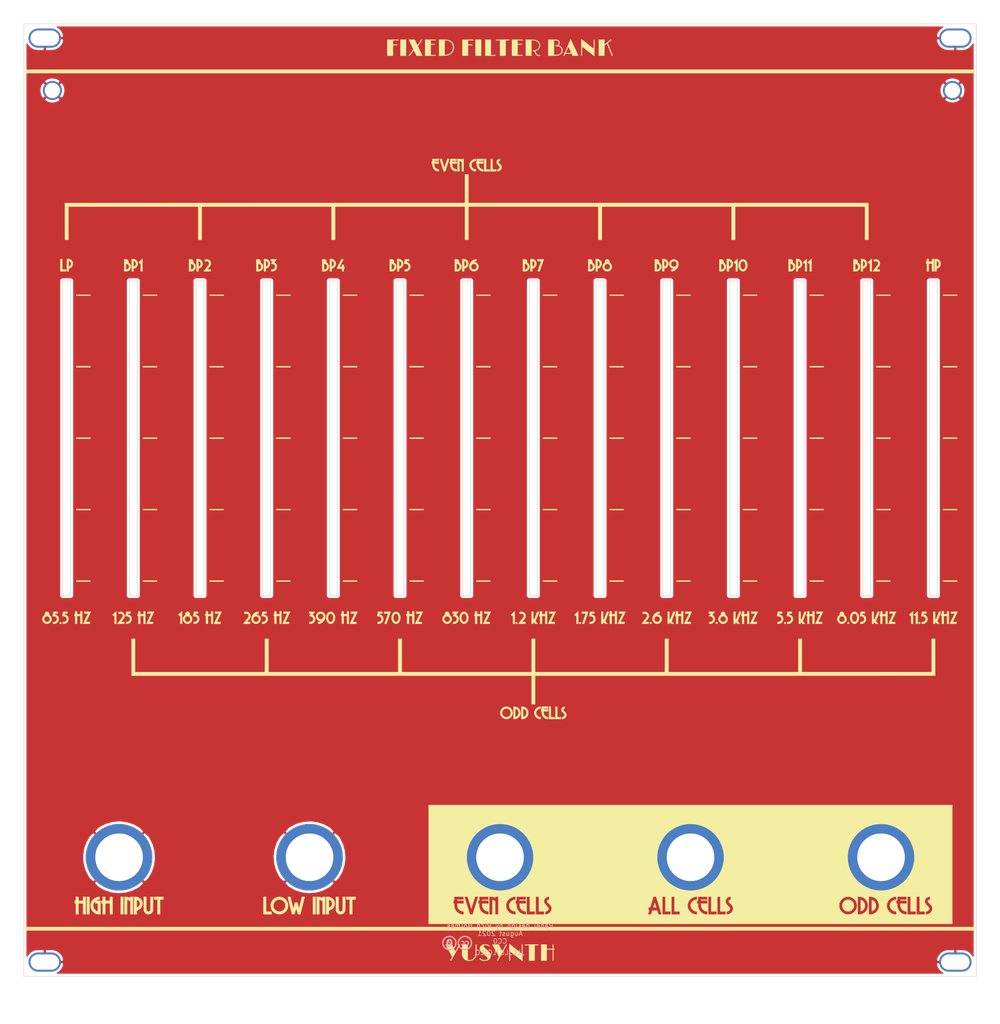
<source format=kicad_pcb>
(kicad_pcb (version 20171130) (host pcbnew 5.1.10-88a1d61d58~90~ubuntu20.04.1)
  (layers (0 F.Cu signal) (31 B.Cu signal) (34 B.Paste user) (35 F.Paste user) (36 B.SilkS user) (37 F.SilkS user) (38 B.Mask user) (39 F.Mask user) (44 Edge.Cuts user))
  (net 0 "")
  (net 1 GND)
  (module Kosmo_panel:Kosmo_Jack_Hole (layer F.Cu) (at 180 175)
    (fp_text reference H19 hide)
    (fp_text value Jack_Hole_NPTH)
    (pad 1 thru_hole circle (at 0 0) (size 14 14) (drill 10) (layers *.Cu *.Mask) (net 1 GND))
  )
  (module Kosmo_panel:Kosmo_Jack_Hole (layer F.Cu) (at 140 175)
    (fp_text reference H16 hide)
    (fp_text value Jack_Hole_NPTH)
    (pad 1 thru_hole circle (at 0 0) (size 14 14) (drill 10) (layers *.Cu *.Mask) (net 1 GND))
  )
  (module Kosmo_panel:Kosmo_Jack_Hole (layer F.Cu) (at 100 175)
    (fp_text reference H13 hide)
    (fp_text value Jack_Hole_NPTH)
    (pad 1 thru_hole circle (at 0 0) (size 14 14) (drill 10) (layers *.Cu *.Mask) (net 1 GND))
  )
  (module Kosmo_panel:Kosmo_Jack_Hole (layer F.Cu) (at 60 175)
    (fp_text reference H10 hide)
    (fp_text value Jack_Hole_NPTH)
    (pad 1 thru_hole circle (at 0 0) (size 14 14) (drill 10) (layers *.Cu *.Mask) (net 1 GND))
  )
  (module Kosmo_panel:Kosmo_Panel_Mounting_Hole (layer F.Cu) (at 195 14)
    (fp_text reference H7 hide)
    (fp_text value Mounting_Hole_NPTH)
    (pad 1 thru_hole circle (at 0 0) (size 4 4) (drill 3.2) (layers *.Cu *.Mask) (net 1 GND))
  )
  (module Kosmo_panel:Kosmo_Panel_Mounting_Hole (layer F.Cu) (at 6 14)
    (fp_text reference H6 hide)
    (fp_text value Mounting_Hole_NPTH)
    (pad 1 thru_hole circle (at 0 0) (size 4 4) (drill 3.2) (layers *.Cu *.Mask) (net 1 GND))
  )
  (module Kosmo_panel:Kosmo_Jack_Hole (layer F.Cu) (at 20 175)
    (fp_text reference H5 hide)
    (fp_text value Jack_Hole_NPTH)
    (pad 1 thru_hole circle (at 0 0) (size 14 14) (drill 10) (layers *.Cu *.Mask) (net 1 GND))
  )
  (module Kosmo_panel:Kosmo_Panel_Dual_Slotted_Mounting_Holes (layer F.Cu) (at 194.2 197)
    (fp_text reference H2 hide)
    (fp_text value Mounting_Holes_Slotted)
    (pad 1 thru_hole oval (at 1.4 -194) (size 6.8 4) (drill oval 6 3.2) (layers *.Cu *.Mask) (net 1 GND))
    (pad 1 thru_hole oval (at 1.4 0) (size 6.8 4) (drill oval 6 3.2) (layers *.Cu *.Mask) (net 1 GND))
  )
  (module Kosmo_panel:Kosmo_Panel_Dual_Slotted_Mounting_Holes (layer F.Cu) (at 3 197)
    (fp_text reference H1 hide)
    (fp_text value Mounting_Holes_Slotted)
    (pad 1 thru_hole oval (at 1.4 -194) (size 6.8 4) (drill oval 6 3.2) (layers *.Cu *.Mask) (net 1 GND))
    (pad 1 thru_hole oval (at 1.4 0) (size 6.8 4) (drill oval 6 3.2) (layers *.Cu *.Mask) (net 1 GND))
  )
  (module ysFFB:ysFFB-aux-slide2_art (layer F.Cu) (at 100 100)
    (fp_text reference GRAF3 hide)
    (fp_text value Art hide)
  )
  (module ao_tht:CC0_logo (layer B.Cu) (at 91 193 180)
    (fp_text reference GRAF2 hide)
    (fp_text value "CC0 logo" hide)
  )
  (module ysFFB:ysFFB-aux-slide2_holes (layer F.Cu) (at 100 100)
    (fp_text reference GRAF1 hide)
    (fp_text value Holes hide)
  )
  (module Kosmo_panel:Kosmo_Slide_Pot_Alpha_60mm (layer F.Cu) (at 37 87)
    (fp_text reference H8)
    (fp_text value Slide_Pot_Hole_NPTH)
  )
  (module Kosmo_panel:Kosmo_Slide_Pot_Alpha_60mm (layer F.Cu) (at 163 87)
    (fp_text reference H21)
    (fp_text value Slide_Pot_Hole_NPTH)
  )
  (module Kosmo_panel:Kosmo_Slide_Pot_Alpha_60mm (layer F.Cu) (at 149 87)
    (fp_text reference H20)
    (fp_text value Slide_Pot_Hole_NPTH)
  )
  (module Kosmo_panel:Kosmo_Slide_Pot_Alpha_60mm (layer F.Cu) (at 23 87)
    (fp_text reference H4)
    (fp_text value Slide_Pot_Hole_NPTH)
  )
  (module Kosmo_panel:Kosmo_Slide_Pot_Alpha_60mm (layer F.Cu) (at 79 87)
    (fp_text reference H12)
    (fp_text value Slide_Pot_Hole_NPTH)
  )
  (module Kosmo_panel:Kosmo_Slide_Pot_Alpha_60mm (layer F.Cu) (at 107 87)
    (fp_text reference H15)
    (fp_text value Slide_Pot_Hole_NPTH)
  )
  (module Kosmo_panel:Kosmo_Slide_Pot_Alpha_60mm (layer F.Cu) (at 177 87)
    (fp_text reference H22)
    (fp_text value Slide_Pot_Hole_NPTH)
  )
  (module Kosmo_panel:Kosmo_Slide_Pot_Alpha_60mm (layer F.Cu) (at 191 87)
    (fp_text reference H23)
    (fp_text value Slide_Pot_Hole_NPTH)
  )
  (module Kosmo_panel:Kosmo_Slide_Pot_Alpha_60mm (layer F.Cu) (at 9 87)
    (fp_text reference H3)
    (fp_text value Slide_Pot_Hole_NPTH)
  )
  (module Kosmo_panel:Kosmo_Slide_Pot_Alpha_60mm (layer F.Cu) (at 121 87)
    (fp_text reference H17)
    (fp_text value Slide_Pot_Hole_NPTH)
  )
  (module Kosmo_panel:Kosmo_Slide_Pot_Alpha_60mm (layer F.Cu) (at 65 87)
    (fp_text reference H11)
    (fp_text value Slide_Pot_Hole_NPTH)
  )
  (module Kosmo_panel:Kosmo_Slide_Pot_Alpha_60mm (layer F.Cu) (at 93 87)
    (fp_text reference H14)
    (fp_text value Slide_Pot_Hole_NPTH)
  )
  (module Kosmo_panel:Kosmo_Slide_Pot_Alpha_60mm (layer F.Cu) (at 135 87)
    (fp_text reference H18)
    (fp_text value Slide_Pot_Hole_NPTH)
  )
  (module Kosmo_panel:Kosmo_Slide_Pot_Alpha_60mm (layer F.Cu) (at 51 87)
    (fp_text reference H9)
    (fp_text value Slide_Pot_Hole_NPTH)
  )
  (gr_text "Panel design by Rich Holmes\nAugust 2021\nCC0" (at 100 191) (layer B.SilkS) (effects (font (size 1 1)) (justify mirror)))
  (gr_line (start 93.8 54) (end 93.8 120) (layer Edge.Cuts) (width 0.1))
  (gr_line (start 190.2 120) (end 190.2 54) (layer Edge.Cuts) (width 0.1))
  (gr_line (start 191.8 54) (end 191.8 120) (layer Edge.Cuts) (width 0.1))
  (gr_line (start 191.8 120) (end 190.2 120) (layer Edge.Cuts) (width 0.1))
  (gr_line (start 190.2 54) (end 191.8 54) (layer Edge.Cuts) (width 0.1))
  (gr_line (start 176.2 54) (end 177.8 54) (layer Edge.Cuts) (width 0.1))
  (gr_line (start 176.2 120) (end 176.2 54) (layer Edge.Cuts) (width 0.1))
  (gr_line (start 177.8 120) (end 176.2 120) (layer Edge.Cuts) (width 0.1))
  (gr_line (start 177.8 54) (end 177.8 120) (layer Edge.Cuts) (width 0.1))
  (gr_line (start 162.2 120) (end 162.2 54) (layer Edge.Cuts) (width 0.1))
  (gr_line (start 163.8 120) (end 162.2 120) (layer Edge.Cuts) (width 0.1))
  (gr_line (start 162.2 54) (end 163.8 54) (layer Edge.Cuts) (width 0.1))
  (gr_line (start 163.8 54) (end 163.8 120) (layer Edge.Cuts) (width 0.1))
  (gr_line (start 148.2 54) (end 149.8 54) (layer Edge.Cuts) (width 0.1))
  (gr_line (start 148.2 120) (end 148.2 54) (layer Edge.Cuts) (width 0.1))
  (gr_line (start 149.8 120) (end 148.2 120) (layer Edge.Cuts) (width 0.1))
  (gr_line (start 149.8 54) (end 149.8 120) (layer Edge.Cuts) (width 0.1))
  (gr_line (start 134.2 54) (end 135.8 54) (layer Edge.Cuts) (width 0.1))
  (gr_line (start 134.2 120) (end 134.2 54) (layer Edge.Cuts) (width 0.1))
  (gr_line (start 135.8 54) (end 135.8 120) (layer Edge.Cuts) (width 0.1))
  (gr_line (start 135.8 120) (end 134.2 120) (layer Edge.Cuts) (width 0.1))
  (gr_line (start 120.2 120) (end 120.2 54) (layer Edge.Cuts) (width 0.1))
  (gr_line (start 121.8 54) (end 121.8 120) (layer Edge.Cuts) (width 0.1))
  (gr_line (start 121.8 120) (end 120.2 120) (layer Edge.Cuts) (width 0.1))
  (gr_line (start 120.2 54) (end 121.8 54) (layer Edge.Cuts) (width 0.1))
  (gr_line (start 106.2 120) (end 106.2 54) (layer Edge.Cuts) (width 0.1))
  (gr_line (start 107.8 54) (end 107.8 120) (layer Edge.Cuts) (width 0.1))
  (gr_line (start 106.2 54) (end 107.8 54) (layer Edge.Cuts) (width 0.1))
  (gr_line (start 107.8 120) (end 106.2 120) (layer Edge.Cuts) (width 0.1))
  (gr_line (start 92.2 120) (end 92.2 54) (layer Edge.Cuts) (width 0.1))
  (gr_line (start 93.8 120) (end 92.2 120) (layer Edge.Cuts) (width 0.1))
  (gr_line (start 92.2 54) (end 93.8 54) (layer Edge.Cuts) (width 0.1))
  (gr_line (start 78.2 54) (end 79.8 54) (layer Edge.Cuts) (width 0.1))
  (gr_line (start 79.8 54) (end 79.8 120) (layer Edge.Cuts) (width 0.1))
  (gr_line (start 78.2 120) (end 78.2 54) (layer Edge.Cuts) (width 0.1))
  (gr_line (start 79.8 120) (end 78.2 120) (layer Edge.Cuts) (width 0.1))
  (gr_line (start 65.8 120) (end 64.2 120) (layer Edge.Cuts) (width 0.1))
  (gr_line (start 64.2 54) (end 65.8 54) (layer Edge.Cuts) (width 0.1))
  (gr_line (start 64.2 120) (end 64.2 54) (layer Edge.Cuts) (width 0.1))
  (gr_line (start 65.8 54) (end 65.8 120) (layer Edge.Cuts) (width 0.1))
  (gr_line (start 51.8 120) (end 50.2 120) (layer Edge.Cuts) (width 0.1))
  (gr_line (start 51.8 54) (end 51.8 120) (layer Edge.Cuts) (width 0.1))
  (gr_line (start 50.2 120) (end 50.2 54) (layer Edge.Cuts) (width 0.1))
  (gr_line (start 50.2 54) (end 51.8 54) (layer Edge.Cuts) (width 0.1))
  (gr_line (start 37.8 54) (end 37.8 120) (layer Edge.Cuts) (width 0.1))
  (gr_line (start 36.2 120) (end 36.2 54) (layer Edge.Cuts) (width 0.1))
  (gr_line (start 36.2 54) (end 37.8 54) (layer Edge.Cuts) (width 0.1))
  (gr_line (start 37.8 120) (end 36.2 120) (layer Edge.Cuts) (width 0.1))
  (gr_line (start 22.2 54) (end 23.8 54) (layer Edge.Cuts) (width 0.1))
  (gr_line (start 22.2 120) (end 22.2 54) (layer Edge.Cuts) (width 0.1))
  (gr_line (start 23.8 54) (end 23.8 120) (layer Edge.Cuts) (width 0.1))
  (gr_line (start 23.8 120) (end 22.2 120) (layer Edge.Cuts) (width 0.1))
  (gr_line (start 8.2 120) (end 8.2 54) (layer Edge.Cuts) (width 0.1))
  (gr_line (start 9.8 120) (end 8.2 120) (layer Edge.Cuts) (width 0.1))
  (gr_line (start 9.8 54) (end 9.8 120) (layer Edge.Cuts) (width 0.1))
  (gr_line (start 8.2 54) (end 9.8 54) (layer Edge.Cuts) (width 0.1))
  (gr_text JLCJLCJLCJLC (at 100 195) (layer B.SilkS) (effects (font (size 1 1)) (justify mirror)))
  (gr_line (start 200 0) (end 0 0) (layer Edge.Cuts) (width 0.1))
  (gr_line (start 200 200) (end 200 0) (layer Edge.Cuts) (width 0.1))
  (gr_line (start 0 200) (end 200 200) (layer Edge.Cuts) (width 0.1))
  (gr_line (start 0 0) (end 0 200) (layer Edge.Cuts) (width 0.1))
  (zone (net 1) (net_name GND) (layer F.Cu) (connect_pads (clearance 0.508)) (min_thickness 0.254) (fill yes (arc_segments 32) (thermal_gap 0.508) (thermal_bridge_width 0.508))
    (polygon (pts (xy 205 210) (xy -5 210) (xy -5 -5) (xy 205 -5)))
  )
)
</source>
